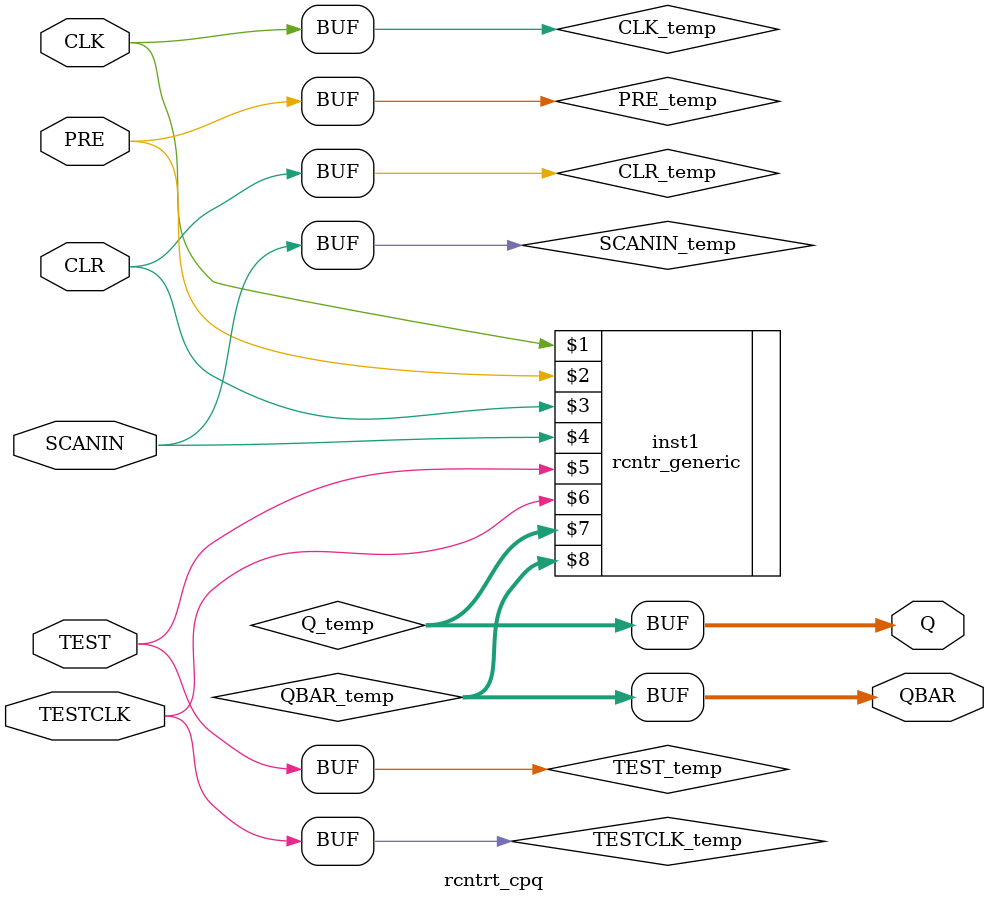
<source format=v>
module rcntrt_cpq(CLK,CLR,PRE,SCANIN,TEST,TESTCLK,Q,QBAR);
  parameter N = 8;
  parameter DPFLAG = 1;
  parameter GROUP = "dpath1";
  parameter
        d_CLK_r = 0,
        d_CLK_f = 0,
        d_CLR_r = 0,
        d_CLR_f = 0,
        d_PRE_r = 0,
        d_PRE_f = 0,
        d_SCANIN_r = 0,
        d_SCANIN_f = 0,
        d_TEST_r = 0,
        d_TEST_f = 0,
        d_TESTCLK_r = 0,
        d_TESTCLK_f = 0,
        d_Q = 1,
        d_QBAR = 1;
  input  CLK;
  input  CLR;
  input  PRE;
  input  SCANIN;
  input  TEST;
  input  TESTCLK;
  output [(N - 1):0] Q;
  output [(N - 1):0] QBAR;
  wire  CLK_temp;
  wire  CLR_temp;
  wire  PRE_temp;
  wire  SCANIN_temp;
  wire  TEST_temp;
  wire  TESTCLK_temp;
  wire [(N - 1):0] Q_temp;
  wire [(N - 1):0] QBAR_temp;
  assign #(d_CLK_r,d_CLK_f) CLK_temp = CLK;
  assign #(d_CLR_r,d_CLR_f) CLR_temp = CLR;
  assign #(d_PRE_r,d_PRE_f) PRE_temp = PRE;
  assign #(d_SCANIN_r,d_SCANIN_f) SCANIN_temp = SCANIN|SCANIN;
  assign #(d_TEST_r,d_TEST_f) TEST_temp = TEST|TEST;
  assign #(d_TESTCLK_r,d_TESTCLK_f) TESTCLK_temp = TESTCLK|TESTCLK;
  assign #(d_Q) Q = Q_temp;
  assign #(d_QBAR) QBAR = QBAR_temp;
  rcntr_generic #(N) inst1 (CLK_temp,PRE_temp,CLR_temp,SCANIN_temp,TEST_temp,TESTCLK_temp,Q_temp,QBAR_temp);
endmodule

</source>
